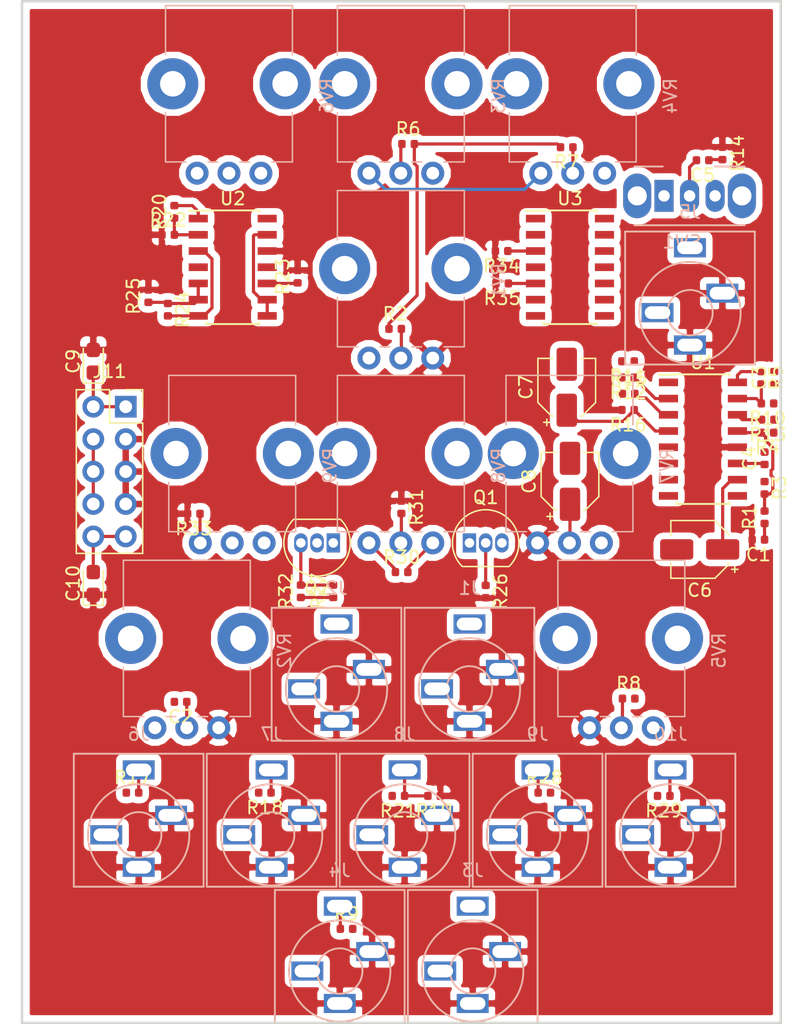
<source format=kicad_pcb>
(kicad_pcb (version 20171130) (host pcbnew "(5.0.2)-1")
  (layers (0 F.Cu signal) (31 B.Cu signal) (34 B.Paste user) (35 F.Paste user) (36 B.SilkS user) (37 F.SilkS user) (38 B.Mask user) (39 F.Mask user) (44 Edge.Cuts user))
  (net 0 "")
  (net 1 GND)
  (net 2 "Net-(C1-Pad1)")
  (net 3 "Net-(C2-Pad1)")
  (net 4 "Net-(C2-Pad2)")
  (net 5 "Net-(C3-Pad1)")
  (net 6 "Net-(C4-Pad1)")
  (net 7 "Net-(C5-Pad1)")
  (net 8 "Net-(C5-Pad2)")
  (net 9 TRIANGLE)
  (net 10 "Net-(C6-Pad2)")
  (net 11 PULSE)
  (net 12 "Net-(C7-Pad2)")
  (net 13 "Net-(C8-Pad2)")
  (net 14 SAW)
  (net 15 +12V)
  (net 16 -12V)
  (net 17 "Net-(J1-PadT)")
  (net 18 "Net-(J1-PadR)")
  (net 19 "Net-(J2-PadR)")
  (net 20 "Net-(J2-PadT)")
  (net 21 VPWM)
  (net 22 "Net-(J3-PadR)")
  (net 23 "Net-(J4-PadT)")
  (net 24 "Net-(J4-PadR)")
  (net 25 "Net-(J5-PadR)")
  (net 26 "Net-(J6-PadR)")
  (net 27 "Net-(J6-PadT)")
  (net 28 "Net-(J7-PadT)")
  (net 29 "Net-(J7-PadR)")
  (net 30 "Net-(J8-PadR)")
  (net 31 "Net-(J8-PadT)")
  (net 32 "Net-(J9-PadT)")
  (net 33 "Net-(J9-PadR)")
  (net 34 "Net-(J10-PadR)")
  (net 35 "Net-(J10-PadT)")
  (net 36 "Net-(J11-Pad4)")
  (net 37 "Net-(Q1-Pad1)")
  (net 38 "Net-(Q1-Pad3)")
  (net 39 "Net-(Q1-Pad2)")
  (net 40 "Net-(Q2-Pad2)")
  (net 41 "Net-(Q2-Pad1)")
  (net 42 VLFI)
  (net 43 VFCI)
  (net 44 "Net-(R2-Pad2)")
  (net 45 "Net-(R6-Pad1)")
  (net 46 "Net-(R7-Pad1)")
  (net 47 "Net-(R8-Pad1)")
  (net 48 "Net-(R11-Pad1)")
  (net 49 "Net-(R11-Pad2)")
  (net 50 REE)
  (net 51 "Net-(R12-Pad1)")
  (net 52 "Net-(R13-Pad2)")
  (net 53 "Net-(R17-Pad1)")
  (net 54 TRI_OUT)
  (net 55 "Net-(R20-Pad1)")
  (net 56 "Net-(R21-Pad2)")
  (net 57 "Net-(R24-Pad2)")
  (net 58 "Net-(R28-Pad2)")
  (net 59 "Net-(R29-Pad2)")
  (net 60 "Net-(R31-Pad2)")
  (net 61 VSSI)
  (net 62 VHSI)
  (net 63 VHFT)
  (net 64 "Net-(RV7-Pad3)")
  (module Capacitor_SMD:C_0402_1005Metric (layer F.Cu) (at 163.345 99.822 180)
    (fp_text reference C1 (at 0 -1.17 180) (layer F.SilkS))
    (fp_text value 10nF)
    (pad 2 smd roundrect (at 0.485 0 180) (size 0.59 0.64) (layers F.Cu F.Paste F.Mask) (net 1 GND))
    (pad 1 smd roundrect (at -0.485 0 180) (size 0.59 0.64) (layers F.Cu F.Paste F.Mask) (net 2 "Net-(C1-Pad1)"))
  )
  (module Capacitor_SMD:C_0402_1005Metric (layer F.Cu) (at 118.087 112.522 180)
    (fp_text reference C2 (at 0 -1.17 180) (layer F.SilkS))
    (fp_text value 100nF)
    (pad 1 smd roundrect (at -0.485 0 180) (size 0.59 0.64) (layers F.Cu F.Paste F.Mask) (net 3 "Net-(C2-Pad1)"))
    (pad 2 smd roundrect (at 0.485 0 180) (size 0.59 0.64) (layers F.Cu F.Paste F.Mask) (net 4 "Net-(C2-Pad2)"))
  )
  (module Capacitor_SMD:C_0402_1005Metric (layer F.Cu) (at 164.592 87.145 90)
    (fp_text reference C3 (at 0 -1.17 90) (layer F.SilkS))
    (fp_text value 10nF)
    (pad 1 smd roundrect (at -0.485 0 90) (size 0.59 0.64) (layers F.Cu F.Paste F.Mask) (net 5 "Net-(C3-Pad1)"))
    (pad 2 smd roundrect (at 0.485 0 90) (size 0.59 0.64) (layers F.Cu F.Paste F.Mask) (net 1 GND))
  )
  (module Capacitor_SMD:C_0402_1005Metric (layer F.Cu) (at 163.83 93.449 90)
    (fp_text reference C4 (at 0 -1.17 90) (layer F.SilkS))
    (fp_text value 1nF)
    (pad 2 smd roundrect (at 0.485 0 90) (size 0.59 0.64) (layers F.Cu F.Paste F.Mask) (net 1 GND))
    (pad 1 smd roundrect (at -0.485 0 90) (size 0.59 0.64) (layers F.Cu F.Paste F.Mask) (net 6 "Net-(C4-Pad1)"))
  )
  (module Capacitor_SMD:C_0402_1005Metric (layer F.Cu) (at 158.981 70.104 180)
    (fp_text reference C5 (at 0 -1.17 180) (layer F.SilkS))
    (fp_text value 1nF)
    (pad 1 smd roundrect (at -0.485 0 180) (size 0.59 0.64) (layers F.Cu F.Paste F.Mask) (net 7 "Net-(C5-Pad1)"))
    (pad 2 smd roundrect (at 0.485 0 180) (size 0.59 0.64) (layers F.Cu F.Paste F.Mask) (net 8 "Net-(C5-Pad2)"))
  )
  (module Capacitor_SMD:CP_Elec_4x5.4 (layer F.Cu) (at 158.75 100.584 180)
    (fp_text reference C6 (at 0 -3.2 180) (layer F.SilkS))
    (fp_text value 47uF)
    (pad 1 smd roundrect (at -1.8 0 180) (size 2.6 1.6) (layers F.Cu F.Paste F.Mask) (roundrect_rratio 0.15625) (net 9 TRIANGLE))
    (pad 2 smd roundrect (at 1.8 0 180) (size 2.6 1.6) (layers F.Cu F.Paste F.Mask) (roundrect_rratio 0.15625) (net 10 "Net-(C6-Pad2)"))
  )
  (module Capacitor_SMD:CP_Elec_4x5.4 (layer F.Cu) (at 148.336 87.884 90)
    (fp_text reference C7 (at 0 -3.2 90) (layer F.SilkS))
    (fp_text value 47uF)
    (pad 1 smd roundrect (at -1.8 0 90) (size 2.6 1.6) (layers F.Cu F.Paste F.Mask) (roundrect_rratio 0.15625) (net 11 PULSE))
    (pad 2 smd roundrect (at 1.8 0 90) (size 2.6 1.6) (layers F.Cu F.Paste F.Mask) (roundrect_rratio 0.15625) (net 12 "Net-(C7-Pad2)"))
  )
  (module Capacitor_SMD:CP_Elec_4x5.4 (layer F.Cu) (at 148.59 95.25 90)
    (fp_text reference C8 (at 0 -3.2 90) (layer F.SilkS))
    (fp_text value 47uF)
    (pad 2 smd roundrect (at 1.8 0 90) (size 2.6 1.6) (layers F.Cu F.Paste F.Mask) (roundrect_rratio 0.15625) (net 13 "Net-(C8-Pad2)"))
    (pad 1 smd roundrect (at -1.8 0 90) (size 2.6 1.6) (layers F.Cu F.Paste F.Mask) (roundrect_rratio 0.15625) (net 14 SAW))
  )
  (module Capacitor_Tantalum_SMD:CP_EIA-2012-12_Kemet-R (layer F.Cu) (at 111.252 85.852 90)
    (fp_text reference C9 (at 0 -1.58 90) (layer F.SilkS))
    (fp_text value 10uF)
    (pad 1 smd roundrect (at -0.8875 0 90) (size 1.125 1.05) (layers F.Cu F.Paste F.Mask) (roundrect_rratio 0.238095) (net 15 +12V))
    (pad 2 smd roundrect (at 0.8875 0 90) (size 1.125 1.05) (layers F.Cu F.Paste F.Mask) (roundrect_rratio 0.238095) (net 1 GND))
  )
  (module Capacitor_Tantalum_SMD:CP_EIA-2012-12_Kemet-R (layer F.Cu) (at 111.252 103.2495 90)
    (fp_text reference C10 (at 0 -1.58 90) (layer F.SilkS))
    (fp_text value 10uF)
    (pad 2 smd roundrect (at 0.8875 0 90) (size 1.125 1.05) (layers F.Cu F.Paste F.Mask) (roundrect_rratio 0.238095) (net 16 -12V))
    (pad 1 smd roundrect (at -0.8875 0 90) (size 1.125 1.05) (layers F.Cu F.Paste F.Mask) (roundrect_rratio 0.238095) (net 1 GND))
  )
  (module synth:jack_audio (layer B.Cu) (at 140.716 111.506 180)
    (fp_text reference J1 (at 0 7.882 180) (layer B.SilkS) (effects (justify mirror)))
    (fp_text value EXP_FM)
    (pad T thru_hole rect (at 0 5.08 180) (size 2.5 1.5) (drill oval 2 1) (layers *.Cu *.Mask) (net 17 "Net-(J1-PadT)"))
    (pad R thru_hole rect (at 2.54 0 180) (size 2.5 1.5) (drill oval 2 1) (layers *.Cu *.Mask) (net 18 "Net-(J1-PadR)"))
    (pad G thru_hole rect (at -2.54 1.524 180) (size 2.5 1.5) (drill oval 2 1) (layers *.Cu *.Mask) (net 1 GND))
    (pad S thru_hole rect (at 0 -2.54 180) (size 2.5 1.5) (drill oval 2 1) (layers *.Cu *.Mask) (net 1 GND))
  )
  (module synth:jack_audio (layer B.Cu) (at 130.302 111.506 180)
    (fp_text reference J2 (at 0 7.882 180) (layer B.SilkS) (effects (justify mirror)))
    (fp_text value LIN_FM)
    (pad S thru_hole rect (at 0 -2.54 180) (size 2.5 1.5) (drill oval 2 1) (layers *.Cu *.Mask) (net 1 GND))
    (pad G thru_hole rect (at -2.54 1.524 180) (size 2.5 1.5) (drill oval 2 1) (layers *.Cu *.Mask) (net 1 GND))
    (pad R thru_hole rect (at 2.54 0 180) (size 2.5 1.5) (drill oval 2 1) (layers *.Cu *.Mask) (net 19 "Net-(J2-PadR)"))
    (pad T thru_hole rect (at 0 5.08 180) (size 2.5 1.5) (drill oval 2 1) (layers *.Cu *.Mask) (net 20 "Net-(J2-PadT)"))
  )
  (module synth:jack_audio (layer B.Cu) (at 140.97 133.604 180)
    (fp_text reference J3 (at 0 7.882 180) (layer B.SilkS) (effects (justify mirror)))
    (fp_text value PWM_IN)
    (pad T thru_hole rect (at 0 5.08 180) (size 2.5 1.5) (drill oval 2 1) (layers *.Cu *.Mask) (net 21 VPWM))
    (pad R thru_hole rect (at 2.54 0 180) (size 2.5 1.5) (drill oval 2 1) (layers *.Cu *.Mask) (net 22 "Net-(J3-PadR)"))
    (pad G thru_hole rect (at -2.54 1.524 180) (size 2.5 1.5) (drill oval 2 1) (layers *.Cu *.Mask) (net 1 GND))
    (pad S thru_hole rect (at 0 -2.54 180) (size 2.5 1.5) (drill oval 2 1) (layers *.Cu *.Mask) (net 1 GND))
  )
  (module synth:jack_audio (layer B.Cu) (at 130.556 133.604 180)
    (fp_text reference J4 (at 0 7.882 180) (layer B.SilkS) (effects (justify mirror)))
    (fp_text value "CV 1V/OCT")
    (pad T thru_hole rect (at 0 5.08 180) (size 2.5 1.5) (drill oval 2 1) (layers *.Cu *.Mask) (net 23 "Net-(J4-PadT)"))
    (pad R thru_hole rect (at 2.54 0 180) (size 2.5 1.5) (drill oval 2 1) (layers *.Cu *.Mask) (net 24 "Net-(J4-PadR)"))
    (pad G thru_hole rect (at -2.54 1.524 180) (size 2.5 1.5) (drill oval 2 1) (layers *.Cu *.Mask) (net 1 GND))
    (pad S thru_hole rect (at 0 -2.54 180) (size 2.5 1.5) (drill oval 2 1) (layers *.Cu *.Mask) (net 1 GND))
  )
  (module synth:jack_audio (layer B.Cu) (at 157.988 82.042 180)
    (fp_text reference J5 (at 0 7.882 180) (layer B.SilkS) (effects (justify mirror)))
    (fp_text value SYNC_IN)
    (pad S thru_hole rect (at 0 -2.54 180) (size 2.5 1.5) (drill oval 2 1) (layers *.Cu *.Mask) (net 1 GND))
    (pad G thru_hole rect (at -2.54 1.524 180) (size 2.5 1.5) (drill oval 2 1) (layers *.Cu *.Mask) (net 1 GND))
    (pad R thru_hole rect (at 2.54 0 180) (size 2.5 1.5) (drill oval 2 1) (layers *.Cu *.Mask) (net 25 "Net-(J5-PadR)"))
    (pad T thru_hole rect (at 0 5.08 180) (size 2.5 1.5) (drill oval 2 1) (layers *.Cu *.Mask) (net 7 "Net-(C5-Pad1)"))
  )
  (module synth:jack_audio (layer B.Cu) (at 114.808 122.936 180)
    (fp_text reference J6 (at 0 7.882 180) (layer B.SilkS) (effects (justify mirror)))
    (fp_text value SINE)
    (pad S thru_hole rect (at 0 -2.54 180) (size 2.5 1.5) (drill oval 2 1) (layers *.Cu *.Mask) (net 1 GND))
    (pad G thru_hole rect (at -2.54 1.524 180) (size 2.5 1.5) (drill oval 2 1) (layers *.Cu *.Mask) (net 1 GND))
    (pad R thru_hole rect (at 2.54 0 180) (size 2.5 1.5) (drill oval 2 1) (layers *.Cu *.Mask) (net 26 "Net-(J6-PadR)"))
    (pad T thru_hole rect (at 0 5.08 180) (size 2.5 1.5) (drill oval 2 1) (layers *.Cu *.Mask) (net 27 "Net-(J6-PadT)"))
  )
  (module synth:jack_audio (layer B.Cu) (at 125.222 122.936 180)
    (fp_text reference J7 (at 0 7.882 180) (layer B.SilkS) (effects (justify mirror)))
    (fp_text value TRI)
    (pad T thru_hole rect (at 0 5.08 180) (size 2.5 1.5) (drill oval 2 1) (layers *.Cu *.Mask) (net 28 "Net-(J7-PadT)"))
    (pad R thru_hole rect (at 2.54 0 180) (size 2.5 1.5) (drill oval 2 1) (layers *.Cu *.Mask) (net 29 "Net-(J7-PadR)"))
    (pad G thru_hole rect (at -2.54 1.524 180) (size 2.5 1.5) (drill oval 2 1) (layers *.Cu *.Mask) (net 1 GND))
    (pad S thru_hole rect (at 0 -2.54 180) (size 2.5 1.5) (drill oval 2 1) (layers *.Cu *.Mask) (net 1 GND))
  )
  (module synth:jack_audio (layer B.Cu) (at 135.636 122.936 180)
    (fp_text reference J8 (at 0 7.882 180) (layer B.SilkS) (effects (justify mirror)))
    (fp_text value SQUARE)
    (pad S thru_hole rect (at 0 -2.54 180) (size 2.5 1.5) (drill oval 2 1) (layers *.Cu *.Mask) (net 1 GND))
    (pad G thru_hole rect (at -2.54 1.524 180) (size 2.5 1.5) (drill oval 2 1) (layers *.Cu *.Mask) (net 1 GND))
    (pad R thru_hole rect (at 2.54 0 180) (size 2.5 1.5) (drill oval 2 1) (layers *.Cu *.Mask) (net 30 "Net-(J8-PadR)"))
    (pad T thru_hole rect (at 0 5.08 180) (size 2.5 1.5) (drill oval 2 1) (layers *.Cu *.Mask) (net 31 "Net-(J8-PadT)"))
  )
  (module synth:jack_audio (layer B.Cu) (at 146.05 122.936 180)
    (fp_text reference J9 (at 0 7.882 180) (layer B.SilkS) (effects (justify mirror)))
    (fp_text value PULSE)
    (pad T thru_hole rect (at 0 5.08 180) (size 2.5 1.5) (drill oval 2 1) (layers *.Cu *.Mask) (net 32 "Net-(J9-PadT)"))
    (pad R thru_hole rect (at 2.54 0 180) (size 2.5 1.5) (drill oval 2 1) (layers *.Cu *.Mask) (net 33 "Net-(J9-PadR)"))
    (pad G thru_hole rect (at -2.54 1.524 180) (size 2.5 1.5) (drill oval 2 1) (layers *.Cu *.Mask) (net 1 GND))
    (pad S thru_hole rect (at 0 -2.54 180) (size 2.5 1.5) (drill oval 2 1) (layers *.Cu *.Mask) (net 1 GND))
  )
  (module synth:jack_audio (layer B.Cu) (at 156.464 122.936 180)
    (fp_text reference J10 (at 0 7.882 180) (layer B.SilkS) (effects (justify mirror)))
    (fp_text value SAW)
    (pad S thru_hole rect (at 0 -2.54 180) (size 2.5 1.5) (drill oval 2 1) (layers *.Cu *.Mask) (net 1 GND))
    (pad G thru_hole rect (at -2.54 1.524 180) (size 2.5 1.5) (drill oval 2 1) (layers *.Cu *.Mask) (net 1 GND))
    (pad R thru_hole rect (at 2.54 0 180) (size 2.5 1.5) (drill oval 2 1) (layers *.Cu *.Mask) (net 34 "Net-(J10-PadR)"))
    (pad T thru_hole rect (at 0 5.08 180) (size 2.5 1.5) (drill oval 2 1) (layers *.Cu *.Mask) (net 35 "Net-(J10-PadT)"))
  )
  (module Connector_PinSocket_2.54mm:PinSocket_2x05_P2.54mm_Vertical (layer F.Cu) (at 113.792 89.408)
    (fp_text reference J11 (at -1.27 -2.77) (layer F.SilkS))
    (fp_text value Conn_02x05_Odd_Even)
    (pad 1 thru_hole rect (at 0 0) (size 1.7 1.7) (drill 1) (layers *.Cu *.Mask) (net 15 +12V))
    (pad 2 thru_hole oval (at -2.54 0) (size 1.7 1.7) (drill 1) (layers *.Cu *.Mask) (net 15 +12V))
    (pad 3 thru_hole oval (at 0 2.54) (size 1.7 1.7) (drill 1) (layers *.Cu *.Mask) (net 1 GND))
    (pad 4 thru_hole oval (at -2.54 2.54) (size 1.7 1.7) (drill 1) (layers *.Cu *.Mask) (net 36 "Net-(J11-Pad4)"))
    (pad 5 thru_hole oval (at 0 5.08) (size 1.7 1.7) (drill 1) (layers *.Cu *.Mask) (net 1 GND))
    (pad 6 thru_hole oval (at -2.54 5.08) (size 1.7 1.7) (drill 1) (layers *.Cu *.Mask) (net 36 "Net-(J11-Pad4)"))
    (pad 7 thru_hole oval (at 0 7.62) (size 1.7 1.7) (drill 1) (layers *.Cu *.Mask) (net 1 GND))
    (pad 8 thru_hole oval (at -2.54 7.62) (size 1.7 1.7) (drill 1) (layers *.Cu *.Mask) (net 36 "Net-(J11-Pad4)"))
    (pad 9 thru_hole oval (at 0 10.16) (size 1.7 1.7) (drill 1) (layers *.Cu *.Mask) (net 16 -12V))
    (pad 10 thru_hole oval (at -2.54 10.16) (size 1.7 1.7) (drill 1) (layers *.Cu *.Mask) (net 16 -12V))
  )
  (module Package_TO_SOT_THT:TO-92_Inline (layer F.Cu) (at 140.716 100.076)
    (fp_text reference Q1 (at 1.27 -3.56) (layer F.SilkS))
    (fp_text value 2N3904)
    (pad 1 thru_hole rect (at 0 0) (size 1.05 1.5) (drill 0.75) (layers *.Cu *.Mask) (net 37 "Net-(Q1-Pad1)"))
    (pad 3 thru_hole oval (at 2.54 0) (size 1.05 1.5) (drill 0.75) (layers *.Cu *.Mask) (net 38 "Net-(Q1-Pad3)"))
    (pad 2 thru_hole oval (at 1.27 0) (size 1.05 1.5) (drill 0.75) (layers *.Cu *.Mask) (net 39 "Net-(Q1-Pad2)"))
  )
  (module Package_TO_SOT_THT:TO-92_Inline (layer F.Cu) (at 130.048 100.076 180)
    (fp_text reference Q2 (at 1.27 -3.56 180) (layer F.SilkS))
    (fp_text value 2N3904)
    (pad 2 thru_hole oval (at 1.27 0 180) (size 1.05 1.5) (drill 0.75) (layers *.Cu *.Mask) (net 40 "Net-(Q2-Pad2)"))
    (pad 3 thru_hole oval (at 2.54 0 180) (size 1.05 1.5) (drill 0.75) (layers *.Cu *.Mask) (net 38 "Net-(Q1-Pad3)"))
    (pad 1 thru_hole rect (at 0 0 180) (size 1.05 1.5) (drill 0.75) (layers *.Cu *.Mask) (net 41 "Net-(Q2-Pad1)"))
  )
  (module Resistor_SMD:R_0402_1005Metric (layer F.Cu) (at 163.83 98.067 90)
    (fp_text reference R1 (at 0 -1.17 90) (layer F.SilkS))
    (fp_text value 470)
    (pad 2 smd roundrect (at 0.485 0 90) (size 0.59 0.64) (layers F.Cu F.Paste F.Mask) (net 42 VLFI))
    (pad 1 smd roundrect (at -0.485 0 90) (size 0.59 0.64) (layers F.Cu F.Paste F.Mask) (net 2 "Net-(C1-Pad1)"))
  )
  (module Resistor_SMD:R_0402_1005Metric (layer F.Cu) (at 134.897 83.312)
    (fp_text reference R2 (at 0 -1.17) (layer F.SilkS))
    (fp_text value 1M)
    (pad 1 smd roundrect (at -0.485 0) (size 0.59 0.64) (layers F.Cu F.Paste F.Mask) (net 43 VFCI))
    (pad 2 smd roundrect (at 0.485 0) (size 0.59 0.64) (layers F.Cu F.Paste F.Mask) (net 44 "Net-(R2-Pad2)"))
  )
  (module Resistor_SMD:R_0402_1005Metric (layer F.Cu) (at 163.83 95.758 270)
    (fp_text reference R3 (at 0 -1.17 270) (layer F.SilkS))
    (fp_text value 1M)
    (pad 1 smd roundrect (at -0.485 0 270) (size 0.59 0.64) (layers F.Cu F.Paste F.Mask) (net 4 "Net-(C2-Pad2)"))
    (pad 2 smd roundrect (at 0.485 0 270) (size 0.59 0.64) (layers F.Cu F.Paste F.Mask) (net 42 VLFI))
  )
  (module Resistor_SMD:R_0402_1005Metric (layer F.Cu) (at 164.061 91.44 180)
    (fp_text reference R4 (at 0 -1.17 180) (layer F.SilkS))
    (fp_text value 1.5M)
    (pad 2 smd roundrect (at 0.485 0 180) (size 0.59 0.64) (layers F.Cu F.Paste F.Mask) (net 42 VLFI))
    (pad 1 smd roundrect (at -0.485 0 180) (size 0.59 0.64) (layers F.Cu F.Paste F.Mask) (net 15 +12V))
  )
  (module Resistor_SMD:R_0402_1005Metric (layer F.Cu) (at 163.576 87.145 270)
    (fp_text reference R5 (at 0 -1.17 270) (layer F.SilkS))
    (fp_text value 360K)
    (pad 2 smd roundrect (at 0.485 0 270) (size 0.59 0.64) (layers F.Cu F.Paste F.Mask) (net 43 VFCI))
    (pad 1 smd roundrect (at -0.485 0 270) (size 0.59 0.64) (layers F.Cu F.Paste F.Mask) (net 15 +12V))
  )
  (module Resistor_SMD:R_0402_1005Metric (layer F.Cu) (at 135.913 68.834)
    (fp_text reference R6 (at 0 -1.17) (layer F.SilkS))
    (fp_text value 1.2M)
    (pad 2 smd roundrect (at 0.485 0) (size 0.59 0.64) (layers F.Cu F.Paste F.Mask) (net 43 VFCI))
    (pad 1 smd roundrect (at -0.485 0) (size 0.59 0.64) (layers F.Cu F.Paste F.Mask) (net 45 "Net-(R6-Pad1)"))
  )
  (module Resistor_SMD:R_0402_1005Metric (layer F.Cu) (at 148.336 69.088 180)
    (fp_text reference R7 (at 0 -1.17 180) (layer F.SilkS))
    (fp_text value 5.6M)
    (pad 1 smd roundrect (at -0.485 0 180) (size 0.59 0.64) (layers F.Cu F.Paste F.Mask) (net 46 "Net-(R7-Pad1)"))
    (pad 2 smd roundrect (at 0.485 0 180) (size 0.59 0.64) (layers F.Cu F.Paste F.Mask) (net 43 VFCI))
  )
  (module Resistor_SMD:R_0402_1005Metric (layer F.Cu) (at 153.185 112.268)
    (fp_text reference R8 (at 0 -1.17) (layer F.SilkS))
    (fp_text value 100K)
    (pad 2 smd roundrect (at 0.485 0) (size 0.59 0.64) (layers F.Cu F.Paste F.Mask) (net 43 VFCI))
    (pad 1 smd roundrect (at -0.485 0) (size 0.59 0.64) (layers F.Cu F.Paste F.Mask) (net 47 "Net-(R8-Pad1)"))
  )
  (module Resistor_SMD:R_0402_1005Metric (layer F.Cu) (at 131.087 130.302)
    (fp_text reference R9 (at 0 -1.17) (layer F.SilkS))
    (fp_text value 100K)
    (pad 1 smd roundrect (at -0.485 0) (size 0.59 0.64) (layers F.Cu F.Paste F.Mask) (net 23 "Net-(J4-PadT)"))
    (pad 2 smd roundrect (at 0.485 0) (size 0.59 0.64) (layers F.Cu F.Paste F.Mask) (net 43 VFCI))
  )
  (module Resistor_SMD:R_0402_1005Metric (layer F.Cu) (at 164.061 89.154 180)
    (fp_text reference R10 (at 0 -1.17 180) (layer F.SilkS))
    (fp_text value 470)
    (pad 1 smd roundrect (at -0.485 0 180) (size 0.59 0.64) (layers F.Cu F.Paste F.Mask) (net 5 "Net-(C3-Pad1)"))
    (pad 2 smd roundrect (at 0.485 0 180) (size 0.59 0.64) (layers F.Cu F.Paste F.Mask) (net 43 VFCI))
  )
  (module Resistor_SMD:R_0402_1005Metric (layer F.Cu) (at 153.139 85.852 180)
    (fp_text reference R11 (at 0 -1.17 180) (layer F.SilkS))
    (fp_text value 24K)
    (pad 1 smd roundrect (at -0.485 0 180) (size 0.59 0.64) (layers F.Cu F.Paste F.Mask) (net 48 "Net-(R11-Pad1)"))
    (pad 2 smd roundrect (at 0.485 0 180) (size 0.59 0.64) (layers F.Cu F.Paste F.Mask) (net 49 "Net-(R11-Pad2)"))
  )
  (module Resistor_SMD:R_0402_1005Metric (layer F.Cu) (at 153.139 87.122 180)
    (fp_text reference R12 (at 0 -1.17 180) (layer F.SilkS))
    (fp_text value 5.6K)
    (pad 2 smd roundrect (at 0.485 0 180) (size 0.59 0.64) (layers F.Cu F.Paste F.Mask) (net 50 REE))
    (pad 1 smd roundrect (at -0.485 0 180) (size 0.59 0.64) (layers F.Cu F.Paste F.Mask) (net 51 "Net-(R12-Pad1)"))
  )
  (module Resistor_SMD:R_0402_1005Metric (layer F.Cu) (at 164.084 90.424 180)
    (fp_text reference R13 (at 0 -1.17 180) (layer F.SilkS))
    (fp_text value 1.8k)
    (pad 1 smd roundrect (at -0.485 0 180) (size 0.59 0.64) (layers F.Cu F.Paste F.Mask) (net 1 GND))
    (pad 2 smd roundrect (at 0.485 0 180) (size 0.59 0.64) (layers F.Cu F.Paste F.Mask) (net 52 "Net-(R13-Pad2)"))
  )
  (module Resistor_SMD:R_0402_1005Metric (layer F.Cu) (at 160.528 69.573 270)
    (fp_text reference R14 (at 0 -1.17 270) (layer F.SilkS))
    (fp_text value 100K)
    (pad 2 smd roundrect (at 0.485 0 270) (size 0.59 0.64) (layers F.Cu F.Paste F.Mask) (net 7 "Net-(C5-Pad1)"))
    (pad 1 smd roundrect (at -0.485 0 270) (size 0.59 0.64) (layers F.Cu F.Paste F.Mask) (net 1 GND))
  )
  (module Resistor_SMD:R_0402_1005Metric (layer F.Cu) (at 153.185 88.392)
    (fp_text reference R15 (at 0 -1.17) (layer F.SilkS))
    (fp_text value 820)
    (pad 1 smd roundrect (at -0.485 0) (size 0.59 0.64) (layers F.Cu F.Paste F.Mask) (net 16 -12V))
    (pad 2 smd roundrect (at 0.485 0) (size 0.59 0.64) (layers F.Cu F.Paste F.Mask) (net 50 REE))
  )
  (module Resistor_SMD:R_0402_1005Metric (layer F.Cu) (at 153.139 89.662 180)
    (fp_text reference R16 (at 0 -1.17 180) (layer F.SilkS))
    (fp_text value 51K)
    (pad 2 smd roundrect (at 0.485 0 180) (size 0.59 0.64) (layers F.Cu F.Paste F.Mask) (net 1 GND))
    (pad 1 smd roundrect (at -0.485 0 180) (size 0.59 0.64) (layers F.Cu F.Paste F.Mask) (net 11 PULSE))
  )
  (module Resistor_SMD:R_0402_1005Metric (layer F.Cu) (at 114.323 119.634)
    (fp_text reference R17 (at 0 -1.17) (layer F.SilkS))
    (fp_text value 1K)
    (pad 1 smd roundrect (at -0.485 0) (size 0.59 0.64) (layers F.Cu F.Paste F.Mask) (net 53 "Net-(R17-Pad1)"))
    (pad 2 smd roundrect (at 0.485 0) (size 0.59 0.64) (layers F.Cu F.Paste F.Mask) (net 27 "Net-(J6-PadT)"))
  )
  (module Resistor_SMD:R_0402_1005Metric (layer F.Cu) (at 124.691 119.634 180)
    (fp_text reference R18 (at 0 -1.17 180) (layer F.SilkS))
    (fp_text value 1K)
    (pad 2 smd roundrect (at 0.485 0 180) (size 0.59 0.64) (layers F.Cu F.Paste F.Mask) (net 54 TRI_OUT))
    (pad 1 smd roundrect (at -0.485 0 180) (size 0.59 0.64) (layers F.Cu F.Paste F.Mask) (net 28 "Net-(J7-PadT)"))
  )
  (module Resistor_SMD:R_0402_1005Metric (layer F.Cu) (at 137.945 119.888 180)
    (fp_text reference R19 (at 0 -1.17 180) (layer F.SilkS))
    (fp_text value 82K)
    (pad 2 smd roundrect (at 0.485 0 180) (size 0.59 0.64) (layers F.Cu F.Paste F.Mask) (net 31 "Net-(J8-PadT)"))
    (pad 1 smd roundrect (at -0.485 0 180) (size 0.59 0.64) (layers F.Cu F.Paste F.Mask) (net 1 GND))
  )
  (module Resistor_SMD:R_0402_1005Metric (layer F.Cu) (at 117.602 74.145 90)
    (fp_text reference R20 (at 0 -1.17 90) (layer F.SilkS))
    (fp_text value 10K)
    (pad 1 smd roundrect (at -0.485 0 90) (size 0.59 0.64) (layers F.Cu F.Paste F.Mask) (net 55 "Net-(R20-Pad1)"))
    (pad 2 smd roundrect (at 0.485 0 90) (size 0.59 0.64) (layers F.Cu F.Paste F.Mask) (net 53 "Net-(R17-Pad1)"))
  )
  (module Resistor_SMD:R_0402_1005Metric (layer F.Cu) (at 135.151 119.888 180)
    (fp_text reference R21 (at 0 -1.17 180) (layer F.SilkS))
    (fp_text value 15K)
    (pad 1 smd roundrect (at -0.485 0 180) (size 0.59 0.64) (layers F.Cu F.Paste F.Mask) (net 31 "Net-(J8-PadT)"))
    (pad 2 smd roundrect (at 0.485 0 180) (size 0.59 0.64) (layers F.Cu F.Paste F.Mask) (net 56 "Net-(R21-Pad2)"))
  )
  (module Resistor_SMD:R_0402_1005Metric (layer F.Cu) (at 117.117 75.946)
    (fp_text reference R22 (at 0 -1.17) (layer F.SilkS))
    (fp_text value 10K)
    (pad 2 smd roundrect (at 0.485 0) (size 0.59 0.64) (layers F.Cu F.Paste F.Mask) (net 55 "Net-(R20-Pad1)"))
    (pad 1 smd roundrect (at -0.485 0) (size 0.59 0.64) (layers F.Cu F.Paste F.Mask) (net 1 GND))
  )
  (module Resistor_SMD:R_0402_1005Metric (layer F.Cu) (at 127.254 79.225 90)
    (fp_text reference R23 (at 0 -1.17 90) (layer F.SilkS))
    (fp_text value 10K)
    (pad 1 smd roundrect (at -0.485 0 90) (size 0.59 0.64) (layers F.Cu F.Paste F.Mask) (net 10 "Net-(C6-Pad2)"))
    (pad 2 smd roundrect (at 0.485 0 90) (size 0.59 0.64) (layers F.Cu F.Paste F.Mask) (net 1 GND))
  )
  (module Resistor_SMD:R_0402_1005Metric (layer F.Cu) (at 117.094 81.811 270)
    (fp_text reference R24 (at 0 -1.17 270) (layer F.SilkS))
    (fp_text value 22K)
    (pad 2 smd roundrect (at 0.485 0 270) (size 0.59 0.64) (layers F.Cu F.Paste F.Mask) (net 57 "Net-(R24-Pad2)"))
    (pad 1 smd roundrect (at -0.485 0 270) (size 0.59 0.64) (layers F.Cu F.Paste F.Mask) (net 38 "Net-(Q1-Pad3)"))
  )
  (module Resistor_SMD:R_0402_1005Metric (layer F.Cu) (at 115.57 80.749 90)
    (fp_text reference R25 (at 0 -1.17 90) (layer F.SilkS))
    (fp_text value 22K)
    (pad 1 smd roundrect (at -0.485 0 90) (size 0.59 0.64) (layers F.Cu F.Paste F.Mask) (net 38 "Net-(Q1-Pad3)"))
    (pad 2 smd roundrect (at 0.485 0 90) (size 0.59 0.64) (layers F.Cu F.Paste F.Mask) (net 1 GND))
  )
  (module Resistor_SMD:R_0402_1005Metric (layer F.Cu) (at 141.986 103.886 270)
    (fp_text reference R26 (at 0 -1.17 270) (layer F.SilkS))
    (fp_text value 470)
    (pad 2 smd roundrect (at 0.485 0 270) (size 0.59 0.64) (layers F.Cu F.Paste F.Mask) (net 1 GND))
    (pad 1 smd roundrect (at -0.485 0 270) (size 0.59 0.64) (layers F.Cu F.Paste F.Mask) (net 39 "Net-(Q1-Pad2)"))
  )
  (module Resistor_SMD:R_0402_1005Metric (layer F.Cu) (at 130.048 103.863 90)
    (fp_text reference R27 (at 0 -1.17 90) (layer F.SilkS))
    (fp_text value 10K)
    (pad 2 smd roundrect (at 0.485 0 90) (size 0.59 0.64) (layers F.Cu F.Paste F.Mask) (net 38 "Net-(Q1-Pad3)"))
    (pad 1 smd roundrect (at -0.485 0 90) (size 0.59 0.64) (layers F.Cu F.Paste F.Mask) (net 15 +12V))
  )
  (module Resistor_SMD:R_0402_1005Metric (layer F.Cu) (at 146.581 119.634)
    (fp_text reference R28 (at 0 -1.17) (layer F.SilkS))
    (fp_text value 1K)
    (pad 1 smd roundrect (at -0.485 0) (size 0.59 0.64) (layers F.Cu F.Paste F.Mask) (net 32 "Net-(J9-PadT)"))
    (pad 2 smd roundrect (at 0.485 0) (size 0.59 0.64) (layers F.Cu F.Paste F.Mask) (net 58 "Net-(R28-Pad2)"))
  )
  (module Resistor_SMD:R_0402_1005Metric (layer F.Cu) (at 155.933 119.888 180)
    (fp_text reference R29 (at 0 -1.17 180) (layer F.SilkS))
    (fp_text value 1K)
    (pad 2 smd roundrect (at 0.485 0 180) (size 0.59 0.64) (layers F.Cu F.Paste F.Mask) (net 59 "Net-(R29-Pad2)"))
    (pad 1 smd roundrect (at -0.485 0 180) (size 0.59 0.64) (layers F.Cu F.Paste F.Mask) (net 35 "Net-(J10-PadT)"))
  )
  (module Resistor_SMD:R_0402_1005Metric (layer F.Cu) (at 135.405 102.362)
    (fp_text reference R30 (at 0 -1.17) (layer F.SilkS))
    (fp_text value 220)
    (pad 1 smd roundrect (at -0.485 0) (size 0.59 0.64) (layers F.Cu F.Paste F.Mask) (net 41 "Net-(Q2-Pad1)"))
    (pad 2 smd roundrect (at 0.485 0) (size 0.59 0.64) (layers F.Cu F.Paste F.Mask) (net 37 "Net-(Q1-Pad1)"))
  )
  (module Resistor_SMD:R_0402_1005Metric (layer F.Cu) (at 135.382 97.282 270)
    (fp_text reference R31 (at 0 -1.17 270) (layer F.SilkS))
    (fp_text value 68K)
    (pad 1 smd roundrect (at -0.485 0 270) (size 0.59 0.64) (layers F.Cu F.Paste F.Mask) (net 1 GND))
    (pad 2 smd roundrect (at 0.485 0 270) (size 0.59 0.64) (layers F.Cu F.Paste F.Mask) (net 60 "Net-(R31-Pad2)"))
  )
  (module Resistor_SMD:R_0402_1005Metric (layer F.Cu) (at 127.508 103.863 90)
    (fp_text reference R32 (at 0 -1.17 90) (layer F.SilkS))
    (fp_text value 10K)
    (pad 1 smd roundrect (at -0.485 0 90) (size 0.59 0.64) (layers F.Cu F.Paste F.Mask) (net 15 +12V))
    (pad 2 smd roundrect (at 0.485 0 90) (size 0.59 0.64) (layers F.Cu F.Paste F.Mask) (net 38 "Net-(Q1-Pad3)"))
  )
  (module Resistor_SMD:R_0402_1005Metric (layer F.Cu) (at 119.126 97.79 180)
    (fp_text reference R33 (at 0 -1.17 180) (layer F.SilkS))
    (fp_text value 470)
    (pad 2 smd roundrect (at 0.485 0 180) (size 0.59 0.64) (layers F.Cu F.Paste F.Mask) (net 1 GND))
    (pad 1 smd roundrect (at -0.485 0 180) (size 0.59 0.64) (layers F.Cu F.Paste F.Mask) (net 40 "Net-(Q2-Pad2)"))
  )
  (module Resistor_SMD:R_0402_1005Metric (layer F.Cu) (at 143.233 77.216 180)
    (fp_text reference R34 (at 0 -1.17 180) (layer F.SilkS))
    (fp_text value 10K)
    (pad 1 smd roundrect (at -0.485 0 180) (size 0.59 0.64) (layers F.Cu F.Paste F.Mask) (net 12 "Net-(C7-Pad2)"))
    (pad 2 smd roundrect (at 0.485 0 180) (size 0.59 0.64) (layers F.Cu F.Paste F.Mask) (net 1 GND))
  )
  (module Resistor_SMD:R_0402_1005Metric (layer F.Cu) (at 143.279 79.756 180)
    (fp_text reference R35 (at 0 -1.17 180) (layer F.SilkS))
    (fp_text value 10K)
    (pad 2 smd roundrect (at 0.485 0 180) (size 0.59 0.64) (layers F.Cu F.Paste F.Mask) (net 1 GND))
    (pad 1 smd roundrect (at -0.485 0 180) (size 0.59 0.64) (layers F.Cu F.Paste F.Mask) (net 13 "Net-(C8-Pad2)"))
  )
  (module Button_Switch_THT:SW_CuK_OS102011MA1QN1_SPDT_Angled (layer B.Cu) (at 155.956 72.898)
    (fp_text reference SW1 (at 1.4 3.6) (layer B.SilkS) (effects (justify mirror)))
    (fp_text value SW_SPDT)
    (pad 1 thru_hole rect (at 0 0) (size 1.5 2.5) (drill 0.9) (layers *.Cu *.Mask) (net 61 VSSI))
    (pad 2 thru_hole oval (at 2 0) (size 1.5 2.5) (drill 0.9) (layers *.Cu *.Mask) (net 8 "Net-(C5-Pad2)"))
    (pad 3 thru_hole oval (at 4 0) (size 1.5 2.5) (drill 0.9) (layers *.Cu *.Mask) (net 62 VHSI))
    (pad "" thru_hole oval (at -2.1 0) (size 2.2 3.5) (drill 1.5) (layers *.Cu *.Mask))
    (pad "" thru_hole oval (at 6.1 0) (size 2.2 3.5) (drill 1.5) (layers *.Cu *.Mask))
  )
  (module Package_SO:SOIC-16_3.9x9.9mm_P1.27mm (layer F.Cu) (at 159.004 91.948)
    (fp_text reference U1 (at 0 -6) (layer F.SilkS))
    (fp_text value AS3340)
    (pad 1 smd rect (at -2.7 -4.445) (size 1.5 0.6) (layers F.Cu F.Paste F.Mask) (net 48 "Net-(R11-Pad1)"))
    (pad 2 smd rect (at -2.7 -3.175) (size 1.5 0.6) (layers F.Cu F.Paste F.Mask) (net 51 "Net-(R12-Pad1)"))
    (pad 3 smd rect (at -2.7 -1.905) (size 1.5 0.6) (layers F.Cu F.Paste F.Mask) (net 50 REE))
    (pad 4 smd rect (at -2.7 -0.635) (size 1.5 0.6) (layers F.Cu F.Paste F.Mask) (net 11 PULSE))
    (pad 5 smd rect (at -2.7 0.635) (size 1.5 0.6) (layers F.Cu F.Paste F.Mask) (net 21 VPWM))
    (pad 6 smd rect (at -2.7 1.905) (size 1.5 0.6) (layers F.Cu F.Paste F.Mask) (net 62 VHSI))
    (pad 7 smd rect (at -2.7 3.175) (size 1.5 0.6) (layers F.Cu F.Paste F.Mask) (net 63 VHFT))
    (pad 8 smd rect (at -2.7 4.445) (size 1.5 0.6) (layers F.Cu F.Paste F.Mask) (net 64 "Net-(RV7-Pad3)"))
    (pad 9 smd rect (at 2.7 4.445) (size 1.5 0.6) (layers F.Cu F.Paste F.Mask) (net 61 VSSI))
    (pad 10 smd rect (at 2.7 3.175) (size 1.5 0.6) (layers F.Cu F.Paste F.Mask) (net 9 TRIANGLE))
    (pad 11 smd rect (at 2.7 1.905) (size 1.5 0.6) (layers F.Cu F.Paste F.Mask) (net 6 "Net-(C4-Pad1)"))
    (pad 12 smd rect (at 2.7 0.635) (size 1.5 0.6) (layers F.Cu F.Paste F.Mask) (net 1 GND))
    (pad 13 smd rect (at 2.7 -0.635) (size 1.5 0.6) (layers F.Cu F.Paste F.Mask) (net 42 VLFI))
    (pad 14 smd rect (at 2.7 -1.905) (size 1.5 0.6) (layers F.Cu F.Paste F.Mask) (net 52 "Net-(R13-Pad2)"))
    (pad 15 smd rect (at 2.7 -3.175) (size 1.5 0.6) (layers F.Cu F.Paste F.Mask) (net 43 VFCI))
    (pad 16 smd rect (at 2.7 -4.445) (size 1.5 0.6) (layers F.Cu F.Paste F.Mask) (net 15 +12V))
  )
  (module Package_SO:SOIC-14_3.9x8.7mm_P1.27mm (layer F.Cu) (at 122.174 78.486)
    (fp_text reference U2 (at 0 -5.375) (layer F.SilkS))
    (fp_text value TL074)
    (pad 14 smd rect (at 2.7 -3.81) (size 1.5 0.6) (layers F.Cu F.Paste F.Mask) (net 56 "Net-(R21-Pad2)"))
    (pad 13 smd rect (at 2.7 -2.54) (size 1.5 0.6) (layers F.Cu F.Paste F.Mask) (net 54 TRI_OUT))
    (pad 12 smd rect (at 2.7 -1.27) (size 1.5 0.6) (layers F.Cu F.Paste F.Mask) (net 1 GND))
    (pad 11 smd rect (at 2.7 0) (size 1.5 0.6) (layers F.Cu F.Paste F.Mask) (net 16 -12V))
    (pad 10 smd rect (at 2.7 1.27) (size 1.5 0.6) (layers F.Cu F.Paste F.Mask) (net 10 "Net-(C6-Pad2)"))
    (pad 9 smd rect (at 2.7 2.54) (size 1.5 0.6) (layers F.Cu F.Paste F.Mask) (net 54 TRI_OUT))
    (pad 8 smd rect (at 2.7 3.81) (size 1.5 0.6) (layers F.Cu F.Paste F.Mask) (net 54 TRI_OUT))
    (pad 7 smd rect (at -2.7 3.81) (size 1.5 0.6) (layers F.Cu F.Paste F.Mask) (net 57 "Net-(R24-Pad2)"))
    (pad 6 smd rect (at -2.7 2.54) (size 1.5 0.6) (layers F.Cu F.Paste F.Mask) (net 38 "Net-(Q1-Pad3)"))
    (pad 5 smd rect (at -2.7 1.27) (size 1.5 0.6) (layers F.Cu F.Paste F.Mask) (net 38 "Net-(Q1-Pad3)"))
    (pad 4 smd rect (at -2.7 0) (size 1.5 0.6) (layers F.Cu F.Paste F.Mask) (net 15 +12V))
    (pad 3 smd rect (at -2.7 -1.27) (size 1.5 0.6) (layers F.Cu F.Paste F.Mask) (net 57 "Net-(R24-Pad2)"))
    (pad 2 smd rect (at -2.7 -2.54) (size 1.5 0.6) (layers F.Cu F.Paste F.Mask) (net 55 "Net-(R20-Pad1)"))
    (pad 1 smd rect (at -2.7 -3.81) (size 1.5 0.6) (layers F.Cu F.Paste F.Mask) (net 53 "Net-(R17-Pad1)"))
  )
  (module Package_SO:SOIC-14_3.9x8.7mm_P1.27mm (layer F.Cu) (at 148.59 78.486)
    (fp_text reference U3 (at 0 -5.375) (layer F.SilkS))
    (fp_text value TL074)
    (pad 1 smd rect (at -2.7 -3.81) (size 1.5 0.6) (layers F.Cu F.Paste F.Mask) (net 58 "Net-(R28-Pad2)"))
    (pad 2 smd rect (at -2.7 -2.54) (size 1.5 0.6) (layers F.Cu F.Paste F.Mask) (net 58 "Net-(R28-Pad2)"))
    (pad 3 smd rect (at -2.7 -1.27) (size 1.5 0.6) (layers F.Cu F.Paste F.Mask) (net 12 "Net-(C7-Pad2)"))
    (pad 4 smd rect (at -2.7 0) (size 1.5 0.6) (layers F.Cu F.Paste F.Mask) (net 15 +12V))
    (pad 5 smd rect (at -2.7 1.27) (size 1.5 0.6) (layers F.Cu F.Paste F.Mask) (net 13 "Net-(C8-Pad2)"))
    (pad 6 smd rect (at -2.7 2.54) (size 1.5 0.6) (layers F.Cu F.Paste F.Mask) (net 59 "Net-(R29-Pad2)"))
    (pad 7 smd rect (at -2.7 3.81) (size 1.5 0.6) (layers F.Cu F.Paste F.Mask) (net 59 "Net-(R29-Pad2)"))
    (pad 8 smd rect (at 2.7 3.81) (size 1.5 0.6) (layers F.Cu F.Paste F.Mask))
    (pad 9 smd rect (at 2.7 2.54) (size 1.5 0.6) (layers F.Cu F.Paste F.Mask))
    (pad 10 smd rect (at 2.7 1.27) (size 1.5 0.6) (layers F.Cu F.Paste F.Mask))
    (pad 11 smd rect (at 2.7 0) (size 1.5 0.6) (layers F.Cu F.Paste F.Mask) (net 16 -12V))
    (pad 12 smd rect (at 2.7 -1.27) (size 1.5 0.6) (layers F.Cu F.Paste F.Mask))
    (pad 13 smd rect (at 2.7 -2.54) (size 1.5 0.6) (layers F.Cu F.Paste F.Mask))
    (pad 14 smd rect (at 2.7 -3.81) (size 1.5 0.6) (layers F.Cu F.Paste F.Mask))
  )
  (module Potentiometer_THT:Potentiometer_Bourns_PTV09A-1_Single_Vertical (layer B.Cu) (at 132.842 85.598 90)
    (fp_text reference RV1 (at 6.05 10.15 90) (layer B.SilkS) (effects (justify mirror)))
    (fp_text value 20K)
    (pad "" np_thru_hole circle (at 7 -1.9 90) (size 4 4) (drill 2) (layers *.Cu *.Mask))
    (pad "" np_thru_hole circle (at 7 6.9 90) (size 4 4) (drill 2) (layers *.Cu *.Mask))
    (pad 1 thru_hole circle (at 0 0 90) (size 1.8 1.8) (drill 1) (layers *.Cu *.Mask) (net 63 VHFT))
    (pad 2 thru_hole circle (at 0 2.5 90) (size 1.8 1.8) (drill 1) (layers *.Cu *.Mask) (net 44 "Net-(R2-Pad2)"))
    (pad 3 thru_hole circle (at 0 5 90) (size 1.8 1.8) (drill 1) (layers *.Cu *.Mask) (net 1 GND))
  )
  (module Potentiometer_THT:Potentiometer_Bourns_PTV09A-1_Single_Vertical (layer B.Cu) (at 116.078 114.554 90)
    (fp_text reference RV2 (at 6.05 10.15 90) (layer B.SilkS) (effects (justify mirror)))
    (fp_text value 100k)
    (pad 3 thru_hole circle (at 0 5 90) (size 1.8 1.8) (drill 1) (layers *.Cu *.Mask) (net 1 GND))
    (pad 2 thru_hole circle (at 0 2.5 90) (size 1.8 1.8) (drill 1) (layers *.Cu *.Mask) (net 3 "Net-(C2-Pad1)"))
    (pad 1 thru_hole circle (at 0 0 90) (size 1.8 1.8) (drill 1) (layers *.Cu *.Mask) (net 20 "Net-(J2-PadT)"))
    (pad "" np_thru_hole circle (at 7 6.9 90) (size 4 4) (drill 2) (layers *.Cu *.Mask))
    (pad "" np_thru_hole circle (at 7 -1.9 90) (size 4 4) (drill 2) (layers *.Cu *.Mask))
  )
  (module Potentiometer_THT:Potentiometer_Bourns_PTV09A-1_Single_Vertical (layer B.Cu) (at 132.842 71.12 90)
    (fp_text reference RV3 (at 6.05 10.15 90) (layer B.SilkS) (effects (justify mirror)))
    (fp_text value 100k)
    (pad 3 thru_hole circle (at 0 5 90) (size 1.8 1.8) (drill 1) (layers *.Cu *.Mask) (net 16 -12V))
    (pad 2 thru_hole circle (at 0 2.5 90) (size 1.8 1.8) (drill 1) (layers *.Cu *.Mask) (net 45 "Net-(R6-Pad1)"))
    (pad 1 thru_hole circle (at 0 0 90) (size 1.8 1.8) (drill 1) (layers *.Cu *.Mask) (net 15 +12V))
    (pad "" np_thru_hole circle (at 7 6.9 90) (size 4 4) (drill 2) (layers *.Cu *.Mask))
    (pad "" np_thru_hole circle (at 7 -1.9 90) (size 4 4) (drill 2) (layers *.Cu *.Mask))
  )
  (module Potentiometer_THT:Potentiometer_Bourns_PTV09A-1_Single_Vertical (layer B.Cu) (at 146.304 71.12 90)
    (fp_text reference RV4 (at 6.05 10.15 90) (layer B.SilkS) (effects (justify mirror)))
    (fp_text value 100k)
    (pad 3 thru_hole circle (at 0 5 90) (size 1.8 1.8) (drill 1) (layers *.Cu *.Mask) (net 16 -12V))
    (pad 2 thru_hole circle (at 0 2.5 90) (size 1.8 1.8) (drill 1) (layers *.Cu *.Mask) (net 46 "Net-(R7-Pad1)"))
    (pad 1 thru_hole circle (at 0 0 90) (size 1.8 1.8) (drill 1) (layers *.Cu *.Mask) (net 15 +12V))
    (pad "" np_thru_hole circle (at 7 6.9 90) (size 4 4) (drill 2) (layers *.Cu *.Mask))
    (pad "" np_thru_hole circle (at 7 -1.9 90) (size 4 4) (drill 2) (layers *.Cu *.Mask))
  )
  (module Potentiometer_THT:Potentiometer_Bourns_PTV09A-1_Single_Vertical (layer B.Cu) (at 150.114 114.554 90)
    (fp_text reference RV5 (at 6.05 10.15 90) (layer B.SilkS) (effects (justify mirror)))
    (fp_text value 100k)
    (pad "" np_thru_hole circle (at 7 -1.9 90) (size 4 4) (drill 2) (layers *.Cu *.Mask))
    (pad "" np_thru_hole circle (at 7 6.9 90) (size 4 4) (drill 2) (layers *.Cu *.Mask))
    (pad 1 thru_hole circle (at 0 0 90) (size 1.8 1.8) (drill 1) (layers *.Cu *.Mask) (net 1 GND))
    (pad 2 thru_hole circle (at 0 2.5 90) (size 1.8 1.8) (drill 1) (layers *.Cu *.Mask) (net 47 "Net-(R8-Pad1)"))
    (pad 3 thru_hole circle (at 0 5 90) (size 1.8 1.8) (drill 1) (layers *.Cu *.Mask) (net 17 "Net-(J1-PadT)"))
  )
  (module Potentiometer_THT:Potentiometer_Bourns_PTV09A-1_Single_Vertical (layer B.Cu) (at 119.38 71.12 90)
    (fp_text reference RV6 (at 6.05 10.15 90) (layer B.SilkS) (effects (justify mirror)))
    (fp_text value 10K)
    (pad "" np_thru_hole circle (at 7 -1.9 90) (size 4 4) (drill 2) (layers *.Cu *.Mask))
    (pad "" np_thru_hole circle (at 7 6.9 90) (size 4 4) (drill 2) (layers *.Cu *.Mask))
    (pad 1 thru_hole circle (at 0 0 90) (size 1.8 1.8) (drill 1) (layers *.Cu *.Mask) (net 50 REE))
    (pad 2 thru_hole circle (at 0 2.5 90) (size 1.8 1.8) (drill 1) (layers *.Cu *.Mask) (net 50 REE))
    (pad 3 thru_hole circle (at 0 5 90) (size 1.8 1.8) (drill 1) (layers *.Cu *.Mask) (net 49 "Net-(R11-Pad2)"))
  )
  (module Potentiometer_THT:Potentiometer_Bourns_PTV09A-1_Single_Vertical (layer B.Cu) (at 146.05 100.076 90)
    (fp_text reference RV7 (at 6.05 10.15 90) (layer B.SilkS) (effects (justify mirror)))
    (fp_text value 10K)
    (pad 3 thru_hole circle (at 0 5 90) (size 1.8 1.8) (drill 1) (layers *.Cu *.Mask) (net 64 "Net-(RV7-Pad3)"))
    (pad 2 thru_hole circle (at 0 2.5 90) (size 1.8 1.8) (drill 1) (layers *.Cu *.Mask) (net 14 SAW))
    (pad 1 thru_hole circle (at 0 0 90) (size 1.8 1.8) (drill 1) (layers *.Cu *.Mask) (net 1 GND))
    (pad "" np_thru_hole circle (at 7 6.9 90) (size 4 4) (drill 2) (layers *.Cu *.Mask))
    (pad "" np_thru_hole circle (at 7 -1.9 90) (size 4 4) (drill 2) (layers *.Cu *.Mask))
  )
  (module Potentiometer_THT:Potentiometer_Bourns_PTV09A-1_Single_Vertical (layer B.Cu) (at 132.842 100.076 90)
    (fp_text reference RV8 (at 6.05 10.15 90) (layer B.SilkS) (effects (justify mirror)))
    (fp_text value 50K)
    (pad 3 thru_hole circle (at 0 5 90) (size 1.8 1.8) (drill 1) (layers *.Cu *.Mask) (net 37 "Net-(Q1-Pad1)"))
    (pad 2 thru_hole circle (at 0 2.5 90) (size 1.8 1.8) (drill 1) (layers *.Cu *.Mask) (net 60 "Net-(R31-Pad2)"))
    (pad 1 thru_hole circle (at 0 0 90) (size 1.8 1.8) (drill 1) (layers *.Cu *.Mask) (net 41 "Net-(Q2-Pad1)"))
    (pad "" np_thru_hole circle (at 7 6.9 90) (size 4 4) (drill 2) (layers *.Cu *.Mask))
    (pad "" np_thru_hole circle (at 7 -1.9 90) (size 4 4) (drill 2) (layers *.Cu *.Mask))
  )
  (module Potentiometer_THT:Potentiometer_Bourns_PTV09A-1_Single_Vertical (layer B.Cu) (at 119.634 100.076 90)
    (fp_text reference RV9 (at 6.05 10.15 90) (layer B.SilkS) (effects (justify mirror)))
    (fp_text value 100K)
    (pad "" np_thru_hole circle (at 7 -1.9 90) (size 4 4) (drill 2) (layers *.Cu *.Mask))
    (pad "" np_thru_hole circle (at 7 6.9 90) (size 4 4) (drill 2) (layers *.Cu *.Mask))
    (pad 1 thru_hole circle (at 0 0 90) (size 1.8 1.8) (drill 1) (layers *.Cu *.Mask) (net 40 "Net-(Q2-Pad2)"))
    (pad 2 thru_hole circle (at 0 2.5 90) (size 1.8 1.8) (drill 1) (layers *.Cu *.Mask) (net 54 TRI_OUT))
    (pad 3 thru_hole circle (at 0 5 90) (size 1.8 1.8) (drill 1) (layers *.Cu *.Mask) (net 54 TRI_OUT))
  )
  (gr_line (start 105.664 137.668) (end 105.664 57.658) (layer Edge.Cuts) (width 0.2))
  (gr_line (start 165.1 137.668) (end 105.664 137.668) (layer Edge.Cuts) (width 0.2))
  (gr_line (start 165.1 57.658) (end 165.1 137.668) (layer Edge.Cuts) (width 0.2))
  (gr_line (start 105.664 57.658) (end 165.1 57.658) (layer Edge.Cuts) (width 0.2))
  (segment (start 113.792 91.948) (end 113.792 94.488) (width 0.25) (layer F.Cu) (net 1))
  (segment (start 113.792 95.690081) (end 113.792 97.028) (width 0.25) (layer F.Cu) (net 1))
  (segment (start 113.792 94.488) (end 113.792 95.690081) (width 0.25) (layer F.Cu) (net 1))
  (segment (start 163.83 99.822) (end 163.83 98.552) (width 0.25) (layer F.Cu) (net 2))
  (segment (start 118.572 114.548) (end 118.578 114.554) (width 0.25) (layer F.Cu) (net 3))
  (segment (start 118.572 112.522) (end 118.572 114.548) (width 0.25) (layer F.Cu) (net 3))
  (segment (start 163.749 93.853) (end 163.83 93.934) (width 0.25) (layer F.Cu) (net 6))
  (segment (start 161.704 93.853) (end 163.749 93.853) (width 0.25) (layer F.Cu) (net 6))
  (segment (start 159.512 70.058) (end 159.466 70.104) (width 0.25) (layer F.Cu) (net 7))
  (segment (start 160.528 70.058) (end 159.512 70.058) (width 0.25) (layer F.Cu) (net 7))
  (segment (start 157.956 70.644) (end 158.496 70.104) (width 0.25) (layer F.Cu) (net 8))
  (segment (start 157.956 72.898) (end 157.956 70.644) (width 0.25) (layer F.Cu) (net 8))
  (segment (start 160.55 99.684) (end 160.55 100.584) (width 0.25) (layer F.Cu) (net 9))
  (segment (start 160.55 95.827) (end 160.55 99.684) (width 0.25) (layer F.Cu) (net 9))
  (segment (start 161.254 95.123) (end 160.55 95.827) (width 0.25) (layer F.Cu) (net 9))
  (segment (start 161.704 95.123) (end 161.254 95.123) (width 0.25) (layer F.Cu) (net 9))
  (segment (start 127.208 79.756) (end 127.254 79.71) (width 0.25) (layer F.Cu) (net 10))
  (segment (start 124.874 79.756) (end 127.208 79.756) (width 0.25) (layer F.Cu) (net 10))
  (segment (start 155.275 91.313) (end 156.304 91.313) (width 0.25) (layer F.Cu) (net 11))
  (segment (start 153.624 89.662) (end 155.275 91.313) (width 0.25) (layer F.Cu) (net 11))
  (segment (start 149.20671 90.55471) (end 148.336 89.684) (width 0.25) (layer F.Cu) (net 11))
  (segment (start 152.749522 90.55471) (end 149.20671 90.55471) (width 0.25) (layer F.Cu) (net 11))
  (segment (start 153.289832 90.0144) (end 152.749522 90.55471) (width 0.25) (layer F.Cu) (net 11))
  (segment (start 153.289832 89.996168) (end 153.289832 90.0144) (width 0.25) (layer F.Cu) (net 11))
  (segment (start 153.624 89.662) (end 153.289832 89.996168) (width 0.25) (layer F.Cu) (net 11))
  (segment (start 145.89 77.216) (end 143.718 77.216) (width 0.25) (layer F.Cu) (net 12))
  (segment (start 145.89 79.756) (end 143.764 79.756) (width 0.25) (layer F.Cu) (net 13))
  (segment (start 148.59 100.036) (end 148.55 100.076) (width 0.25) (layer F.Cu) (net 14))
  (segment (start 148.59 97.05) (end 148.59 100.036) (width 0.25) (layer F.Cu) (net 14))
  (segment (start 163.156 86.66) (end 163.576 86.66) (width 0.25) (layer F.Cu) (net 15))
  (segment (start 161.997 86.66) (end 163.156 86.66) (width 0.25) (layer F.Cu) (net 15))
  (segment (start 161.704 86.953) (end 161.997 86.66) (width 0.25) (layer F.Cu) (net 15))
  (segment (start 161.704 87.503) (end 161.704 86.953) (width 0.25) (layer F.Cu) (net 15))
  (segment (start 127.508 104.348) (end 130.048 104.348) (width 0.25) (layer F.Cu) (net 15))
  (segment (start 112.692 89.408) (end 111.252 89.408) (width 0.25) (layer F.Cu) (net 15))
  (segment (start 113.792 89.408) (end 112.692 89.408) (width 0.25) (layer F.Cu) (net 15))
  (segment (start 111.252 86.7395) (end 111.252 89.408) (width 0.25) (layer F.Cu) (net 15))
  (segment (start 145.404001 72.019999) (end 146.304 71.12) (width 0.25) (layer B.Cu) (net 15))
  (segment (start 145.034 72.39) (end 145.404001 72.019999) (width 0.25) (layer B.Cu) (net 15))
  (segment (start 134.112 72.39) (end 145.034 72.39) (width 0.25) (layer B.Cu) (net 15))
  (segment (start 132.842 71.12) (end 134.112 72.39) (width 0.25) (layer B.Cu) (net 15))
  (segment (start 112.454081 99.568) (end 113.792 99.568) (width 0.25) (layer F.Cu) (net 16))
  (segment (start 111.252 99.568) (end 112.454081 99.568) (width 0.25) (layer F.Cu) (net 16))
  (segment (start 111.252 99.568) (end 111.252 102.362) (width 0.25) (layer F.Cu) (net 16))
  (segment (start 130.602 128.57) (end 130.556 128.524) (width 0.25) (layer F.Cu) (net 23))
  (segment (start 130.602 130.302) (end 130.602 128.57) (width 0.25) (layer F.Cu) (net 23))
  (segment (start 114.808 119.634) (end 114.808 117.856) (width 0.25) (layer F.Cu) (net 27))
  (segment (start 125.176 117.902) (end 125.222 117.856) (width 0.25) (layer F.Cu) (net 28))
  (segment (start 125.176 119.634) (end 125.176 117.902) (width 0.25) (layer F.Cu) (net 28))
  (segment (start 135.636 119.888) (end 135.636 117.856) (width 0.25) (layer F.Cu) (net 31))
  (segment (start 137.46 119.888) (end 135.636 119.888) (width 0.25) (layer F.Cu) (net 31))
  (segment (start 146.096 117.902) (end 146.05 117.856) (width 0.25) (layer F.Cu) (net 32))
  (segment (start 146.096 119.634) (end 146.096 117.902) (width 0.25) (layer F.Cu) (net 32))
  (segment (start 156.418 117.902) (end 156.464 117.856) (width 0.25) (layer F.Cu) (net 35))
  (segment (start 156.418 119.888) (end 156.418 117.902) (width 0.25) (layer F.Cu) (net 35))
  (segment (start 111.252 93.150081) (end 111.252 94.488) (width 0.25) (layer F.Cu) (net 36))
  (segment (start 111.252 91.948) (end 111.252 93.150081) (width 0.25) (layer F.Cu) (net 36))
  (segment (start 111.252 94.488) (end 111.252 97.028) (width 0.25) (layer F.Cu) (net 36))
  (segment (start 135.89 102.028) (end 135.89 102.362) (width 0.25) (layer F.Cu) (net 37))
  (segment (start 137.842 100.076) (end 135.89 102.028) (width 0.25) (layer F.Cu) (net 37))
  (segment (start 127.508 103.378) (end 127.508 100.076) (width 0.25) (layer F.Cu) (net 38))
  (segment (start 117.002 81.234) (end 117.094 81.326) (width 0.25) (layer F.Cu) (net 38))
  (segment (start 115.57 81.234) (end 117.002 81.234) (width 0.25) (layer F.Cu) (net 38))
  (segment (start 119.174 81.326) (end 119.474 81.026) (width 0.25) (layer F.Cu) (net 38))
  (segment (start 117.094 81.326) (end 119.174 81.326) (width 0.25) (layer F.Cu) (net 38))
  (segment (start 119.474 79.756) (end 119.474 81.026) (width 0.25) (layer F.Cu) (net 38))
  (segment (start 130.048 103.378) (end 127.508 103.378) (width 0.25) (layer F.Cu) (net 38))
  (segment (start 141.986 103.401) (end 141.986 100.076) (width 0.25) (layer F.Cu) (net 39))
  (segment (start 119.611 100.053) (end 119.634 100.076) (width 0.25) (layer F.Cu) (net 40))
  (segment (start 119.611 97.79) (end 119.611 100.053) (width 0.25) (layer F.Cu) (net 40))
  (segment (start 134.92 102.154) (end 134.92 102.362) (width 0.25) (layer F.Cu) (net 41))
  (segment (start 132.842 100.076) (end 134.92 102.154) (width 0.25) (layer F.Cu) (net 41))
  (segment (start 161.831 91.44) (end 161.704 91.313) (width 0.25) (layer F.Cu) (net 42))
  (segment (start 163.576 91.44) (end 161.831 91.44) (width 0.25) (layer F.Cu) (net 42))
  (segment (start 163.83 96.243) (end 163.83 97.582) (width 0.25) (layer F.Cu) (net 42))
  (segment (start 164.25 96.243) (end 163.83 96.243) (width 0.25) (layer F.Cu) (net 42))
  (segment (start 164.47501 96.01799) (end 164.25 96.243) (width 0.25) (layer F.Cu) (net 42))
  (segment (start 164.47501 94.929778) (end 164.47501 96.01799) (width 0.25) (layer F.Cu) (net 42))
  (segment (start 164.338 94.792768) (end 164.47501 94.929778) (width 0.25) (layer F.Cu) (net 42))
  (segment (start 164.338 94.414232) (end 164.338 94.792768) (width 0.25) (layer F.Cu) (net 42))
  (segment (start 164.47501 94.277222) (end 164.338 94.414232) (width 0.25) (layer F.Cu) (net 42))
  (segment (start 164.47501 92.620778) (end 164.47501 94.277222) (width 0.25) (layer F.Cu) (net 42))
  (segment (start 163.910168 92.055936) (end 164.47501 92.620778) (width 0.25) (layer F.Cu) (net 42))
  (segment (start 163.910168 91.774168) (end 163.910168 92.055936) (width 0.25) (layer F.Cu) (net 42))
  (segment (start 163.576 91.44) (end 163.910168 91.774168) (width 0.25) (layer F.Cu) (net 42))
  (segment (start 163.195 88.773) (end 163.576 89.154) (width 0.25) (layer F.Cu) (net 43))
  (segment (start 161.704 88.773) (end 163.195 88.773) (width 0.25) (layer F.Cu) (net 43))
  (segment (start 163.576 87.63) (end 163.576 89.154) (width 0.25) (layer F.Cu) (net 43))
  (segment (start 147.597 68.834) (end 147.851 69.088) (width 0.25) (layer F.Cu) (net 43))
  (segment (start 136.398 68.834) (end 147.597 68.834) (width 0.25) (layer F.Cu) (net 43))
  (segment (start 134.412 82.892) (end 134.412 83.312) (width 0.25) (layer F.Cu) (net 43))
  (segment (start 136.616999 80.687001) (end 134.412 82.892) (width 0.25) (layer F.Cu) (net 43))
  (segment (start 136.616999 70.581997) (end 136.616999 80.687001) (width 0.25) (layer F.Cu) (net 43))
  (segment (start 136.398 70.362998) (end 136.616999 70.581997) (width 0.25) (layer F.Cu) (net 43))
  (segment (start 136.398 68.834) (end 136.398 70.362998) (width 0.25) (layer F.Cu) (net 43))
  (segment (start 135.382 85.558) (end 135.342 85.598) (width 0.25) (layer F.Cu) (net 44))
  (segment (start 135.382 83.312) (end 135.382 85.558) (width 0.25) (layer F.Cu) (net 44))
  (segment (start 135.342 68.92) (end 135.428 68.834) (width 0.25) (layer F.Cu) (net 45))
  (segment (start 135.342 71.12) (end 135.342 68.92) (width 0.25) (layer F.Cu) (net 45))
  (segment (start 148.821 71.103) (end 148.804 71.12) (width 0.25) (layer F.Cu) (net 46))
  (segment (start 148.821 69.088) (end 148.821 71.103) (width 0.25) (layer F.Cu) (net 46))
  (segment (start 152.7 114.468) (end 152.614 114.554) (width 0.25) (layer F.Cu) (net 47))
  (segment (start 152.7 112.268) (end 152.7 114.468) (width 0.25) (layer F.Cu) (net 47))
  (segment (start 155.854 90.043) (end 156.304 90.043) (width 0.25) (layer F.Cu) (net 50))
  (segment (start 154.537168 88.726168) (end 155.854 90.043) (width 0.25) (layer F.Cu) (net 50))
  (segment (start 154.004168 88.726168) (end 154.537168 88.726168) (width 0.25) (layer F.Cu) (net 50))
  (segment (start 153.67 88.392) (end 154.004168 88.726168) (width 0.25) (layer F.Cu) (net 50))
  (segment (start 155.275 88.773) (end 156.304 88.773) (width 0.25) (layer F.Cu) (net 51))
  (segment (start 153.624 87.122) (end 155.275 88.773) (width 0.25) (layer F.Cu) (net 51))
  (segment (start 162.085 90.424) (end 161.704 90.043) (width 0.25) (layer F.Cu) (net 52))
  (segment (start 163.599 90.424) (end 162.085 90.424) (width 0.25) (layer F.Cu) (net 52))
  (segment (start 119.474 74.126) (end 119.474 74.676) (width 0.25) (layer F.Cu) (net 53))
  (segment (start 119.008 73.66) (end 119.474 74.126) (width 0.25) (layer F.Cu) (net 53))
  (segment (start 117.602 73.66) (end 119.008 73.66) (width 0.25) (layer F.Cu) (net 53))
  (segment (start 124.874 81.026) (end 124.874 82.296) (width 0.25) (layer F.Cu) (net 54))
  (segment (start 124.424 81.026) (end 124.874 81.026) (width 0.25) (layer F.Cu) (net 54))
  (segment (start 123.798999 80.400999) (end 124.424 81.026) (width 0.25) (layer F.Cu) (net 54))
  (segment (start 123.798999 76.021001) (end 123.798999 80.400999) (width 0.25) (layer F.Cu) (net 54))
  (segment (start 123.874 75.946) (end 123.798999 76.021001) (width 0.25) (layer F.Cu) (net 54))
  (segment (start 124.874 75.946) (end 123.874 75.946) (width 0.25) (layer F.Cu) (net 54))
  (segment (start 117.602 75.946) (end 119.474 75.946) (width 0.25) (layer F.Cu) (net 55))
  (segment (start 117.602 74.63) (end 117.602 75.946) (width 0.25) (layer F.Cu) (net 55))
  (segment (start 117.094 82.296) (end 119.474 82.296) (width 0.25) (layer F.Cu) (net 57))
  (segment (start 119.924 82.296) (end 119.474 82.296) (width 0.25) (layer F.Cu) (net 57))
  (segment (start 120.549001 81.670999) (end 119.924 82.296) (width 0.25) (layer F.Cu) (net 57))
  (segment (start 120.549001 77.841001) (end 120.549001 81.670999) (width 0.25) (layer F.Cu) (net 57))
  (segment (start 119.924 77.216) (end 120.549001 77.841001) (width 0.25) (layer F.Cu) (net 57))
  (segment (start 119.474 77.216) (end 119.924 77.216) (width 0.25) (layer F.Cu) (net 57))
  (segment (start 135.382 100.036) (end 135.342 100.076) (width 0.25) (layer F.Cu) (net 60))
  (segment (start 135.382 97.767) (end 135.382 100.036) (width 0.25) (layer F.Cu) (net 60))
  (zone (net 1) (net_name GND) (layer F.Cu) (connect_pads (clearance 0.508)) (min_thickness 0.254) (fill yes (arc_segments 16) (thermal_gap 0.508) (thermal_bridge_width 0.508))
    (polygon (pts (xy 105.664 137.668) (xy 105.664 57.658) (xy 165.1 57.658) (xy 165.1 137.668)))
  )
)
</source>
